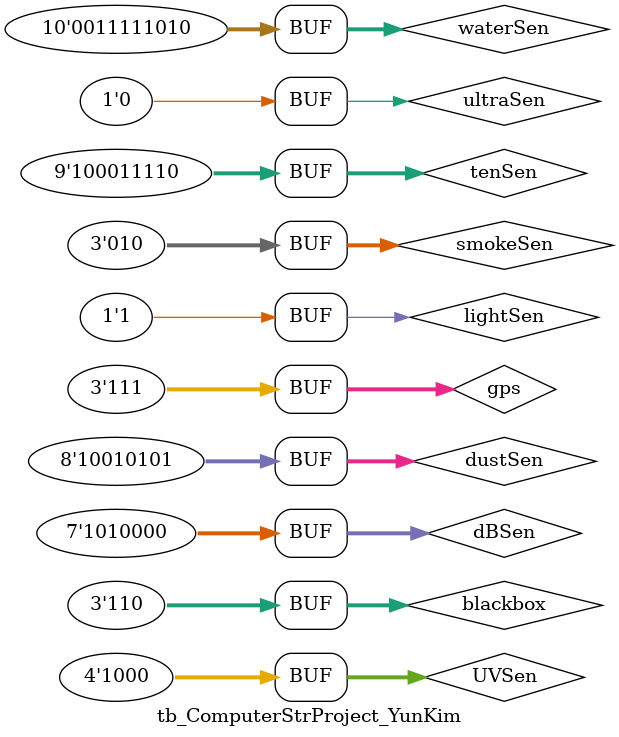
<source format=sv>
module tb_ComputerStrProject_YunKim();
	// input
	logic[8:0] tenSen;
	logic[6:0] dBSen;
	logic ultraSen;
	logic lightSen;
	logic[3:0] UVSen;
	logic[9:0] waterSen;
	logic [2:0] smokeSen;
	logic [7:0] dustSen;
	logic [2:0] blackbox;
	logic [2:0] gps;
	// output
	logic[1:0] Aircon; 
	logic win3, win4, win5, win6;
	logic sun;
	logic[1:0] wiper;
	logic[1:0] handle;
	logic[3:0] engine;
	
	ComputerStrProject_YunKim dut(tenSen, dBSen, ultraSen, lightSen, UVSen, waterSen, smokeSen, dustSen, blackbox, gps, Aircon, win3, win4, win5, win6, sun, wiper, handle, engine);
	
	initial begin		
		// Aircon, win3, win4, win5, win6 test
		ultraSen = 1; tenSen = 9'b1_0010_1111; dBSen = 7'b101_0111; smokeSen = 3'b100; dustSen = 8'b1001_0111; #10;
		
		ultraSen = 0; tenSen = 9'b1_0010_1111; dBSen = 7'b101_0111; smokeSen = 3'b100; dustSen = 8'b1001_0111; #10;
		ultraSen = 0; tenSen = 9'b1_0010_1111; dBSen = 7'b101_0111; smokeSen = 3'b100; dustSen = 8'b1001_0101; #10;
		ultraSen = 0; tenSen = 9'b1_0010_1111; dBSen = 7'b101_0111; smokeSen = 3'b010; dustSen = 8'b1001_0111; #10;
		ultraSen = 0; tenSen = 9'b1_0010_1111; dBSen = 7'b101_0111; smokeSen = 3'b010; dustSen = 8'b1001_0101; #10;
		ultraSen = 0; tenSen = 9'b1_0010_1111; dBSen = 7'b101_0000; smokeSen = 3'b100; dustSen = 8'b1001_0111; #10;
		ultraSen = 0; tenSen = 9'b1_0010_1111; dBSen = 7'b101_0000; smokeSen = 3'b100; dustSen = 8'b1001_0101; #10;
		ultraSen = 0; tenSen = 9'b1_0010_1111; dBSen = 7'b101_0000; smokeSen = 3'b010; dustSen = 8'b1001_0111; #10;
		ultraSen = 0; tenSen = 9'b1_0010_1111; dBSen = 7'b101_0000; smokeSen = 3'b010; dustSen = 8'b1001_0101; #10;
		
		ultraSen = 0; tenSen = 9'b1_0001_0100; dBSen = 7'b101_0111; smokeSen = 3'b100; dustSen = 8'b1001_0111; #10;
		ultraSen = 0; tenSen = 9'b1_0001_0100; dBSen = 7'b101_0111; smokeSen = 3'b100; dustSen = 8'b1001_0101; #10;
		ultraSen = 0; tenSen = 9'b1_0001_0100; dBSen = 7'b101_0111; smokeSen = 3'b010; dustSen = 8'b1001_0111; #10;
		ultraSen = 0; tenSen = 9'b1_0001_0100; dBSen = 7'b101_0111; smokeSen = 3'b010; dustSen = 8'b1001_0101; #10;
		ultraSen = 0; tenSen = 9'b1_0001_0100; dBSen = 7'b101_0000; smokeSen = 3'b100; dustSen = 8'b1001_0111; #10;
		ultraSen = 0; tenSen = 9'b1_0001_0100; dBSen = 7'b101_0000; smokeSen = 3'b100; dustSen = 8'b1001_0101; #10;
		ultraSen = 0; tenSen = 9'b1_0001_0100; dBSen = 7'b101_0000; smokeSen = 3'b010; dustSen = 8'b1001_0111; #10;
		ultraSen = 0; tenSen = 9'b1_0001_0100; dBSen = 7'b101_0000; smokeSen = 3'b010; dustSen = 8'b1001_0101; #10;
		
		ultraSen = 0; tenSen = 9'b1_0001_1110; dBSen = 7'b101_0111; smokeSen = 3'b100; dustSen = 8'b1001_0111; #10;
		ultraSen = 0; tenSen = 9'b1_0001_1110; dBSen = 7'b101_0111; smokeSen = 3'b100; dustSen = 8'b1001_0101; #10;
		ultraSen = 0; tenSen = 9'b1_0001_1110; dBSen = 7'b101_0111; smokeSen = 3'b010; dustSen = 8'b1001_0111; #10;
		ultraSen = 0; tenSen = 9'b1_0001_1110; dBSen = 7'b101_0111; smokeSen = 3'b010; dustSen = 8'b1001_0101; #10;
		ultraSen = 0; tenSen = 9'b1_0001_1110; dBSen = 7'b101_0000; smokeSen = 3'b100; dustSen = 8'b1001_0111; #10;
		ultraSen = 0; tenSen = 9'b1_0001_1110; dBSen = 7'b101_0000; smokeSen = 3'b100; dustSen = 8'b1001_0101; #10;
		ultraSen = 0; tenSen = 9'b1_0001_1110; dBSen = 7'b101_0000; smokeSen = 3'b010; dustSen = 8'b1001_0111; #10;
		ultraSen = 0; tenSen = 9'b1_0001_1110; dBSen = 7'b101_0000; smokeSen = 3'b010; dustSen = 8'b1001_0101; #10;
		
		// sun test
		lightSen = 0; UVSen = 0; #10;
		lightSen = 1; UVSen = 0; #10;
		lightSen = 0; UVSen = 0; #10;
		lightSen = 0; UVSen = 0.8*10; #10;
		lightSen = 0; UVSen = 0.6*10; #10;
		lightSen = 1; UVSen = 0.8*10; #10;
		
		// wiper test
		waterSen = 500; #10;
		waterSen = 400; #10;
		waterSen = 250; #10;
		
		// handle, engine test
		blackbox = 3'b000; gps = 3'b000; #10;
		blackbox = 3'b000; gps = 3'b001; #10;
		blackbox = 3'b000; gps = 3'b010; #10;
		blackbox = 3'b000; gps = 3'b011; #10;
		blackbox = 3'b000; gps = 3'b100; #10;
		blackbox = 3'b000; gps = 3'b101; #10;
		blackbox = 3'b000; gps = 3'b110; #10;
		blackbox = 3'b000; gps = 3'b111; #10;
		
		blackbox = 3'b001; gps = 3'b000; #10;
		blackbox = 3'b001; gps = 3'b001; #10;
		blackbox = 3'b001; gps = 3'b010; #10;
		blackbox = 3'b001; gps = 3'b011; #10;
		blackbox = 3'b001; gps = 3'b100; #10;
		blackbox = 3'b001; gps = 3'b101; #10;
		blackbox = 3'b001; gps = 3'b110; #10;
		blackbox = 3'b001; gps = 3'b111; #10;
		
		blackbox = 3'b010; gps = 3'b000; #10;
		blackbox = 3'b010; gps = 3'b001; #10;
		blackbox = 3'b010; gps = 3'b010; #10;
		blackbox = 3'b010; gps = 3'b011; #10;
		blackbox = 3'b010; gps = 3'b100; #10;
		blackbox = 3'b010; gps = 3'b101; #10;
		blackbox = 3'b010; gps = 3'b110; #10;
		blackbox = 3'b010; gps = 3'b111; #10;
		
		blackbox = 3'b011; gps = 3'b000; #10;
		blackbox = 3'b011; gps = 3'b001; #10;
		blackbox = 3'b011; gps = 3'b010; #10;
		blackbox = 3'b011; gps = 3'b011; #10;
		blackbox = 3'b011; gps = 3'b100; #10;
		blackbox = 3'b011; gps = 3'b101; #10;
		blackbox = 3'b011; gps = 3'b110; #10;
		blackbox = 3'b011; gps = 3'b111; #10;
		
		blackbox = 3'b100; gps = 3'b000; #10;
		blackbox = 3'b100; gps = 3'b001; #10;
		blackbox = 3'b100; gps = 3'b010; #10;
		blackbox = 3'b100; gps = 3'b011; #10;
		blackbox = 3'b100; gps = 3'b100; #10;
		blackbox = 3'b100; gps = 3'b101; #10;
		blackbox = 3'b100; gps = 3'b110; #10;
		blackbox = 3'b100; gps = 3'b111; #10;
		
		blackbox = 3'b101; gps = 3'b000; #10;
		blackbox = 3'b101; gps = 3'b001; #10;
		blackbox = 3'b101; gps = 3'b010; #10;
		blackbox = 3'b101; gps = 3'b011; #10;
		blackbox = 3'b101; gps = 3'b100; #10;
		blackbox = 3'b101; gps = 3'b101; #10;
		blackbox = 3'b101; gps = 3'b110; #10;
		blackbox = 3'b101; gps = 3'b111; #10;
		
		blackbox = 3'b110; gps = 3'b000; #10;
		blackbox = 3'b110; gps = 3'b001; #10;
		blackbox = 3'b110; gps = 3'b010; #10;
		blackbox = 3'b110; gps = 3'b011; #10;
		blackbox = 3'b110; gps = 3'b100; #10;
		blackbox = 3'b110; gps = 3'b101; #10;
		blackbox = 3'b110; gps = 3'b110; #10;
		blackbox = 3'b110; gps = 3'b111; #10;
	end
	
endmodule
</source>
